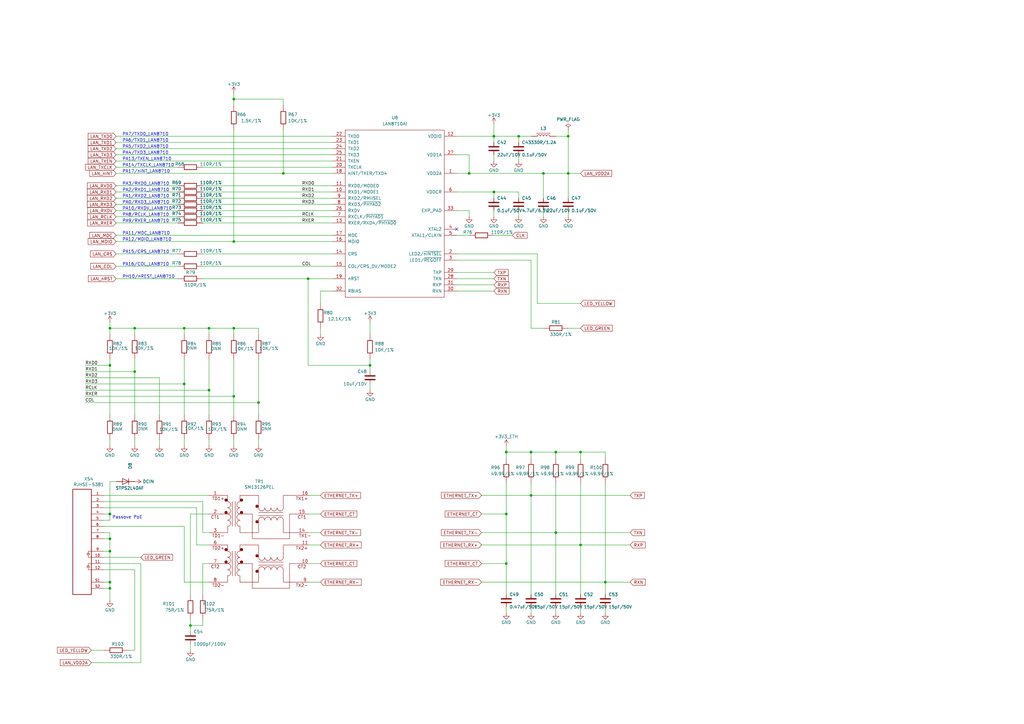
<source format=kicad_sch>
(kicad_sch (version 20230121) (generator eeschema)
  (paper "A3")
  (title_block (title "ПИР СЦХ-254 \"Карно\"\n(Karnix ASB-254)") (date "2023-12-04") (rev "V1.1") (company "ООО \"Фабмикро\"") (comment 1 "ФМТД.466961.029 Э3") (comment 2 "Залата Р.Н."))
  (junction (at 217.805 185.42))
  (junction (at 207.645 185.42))
  (junction (at 55.245 134.62))
  (junction (at 116.205 71.12))
  (junction (at 85.725 134.62))
  (junction (at 95.885 162.56))
  (junction (at 45.085 220.98))
  (junction (at 238.125 185.42))
  (junction (at 45.085 226.06))
  (junction (at 78.105 256.54))
  (junction (at 248.285 238.76))
  (junction (at 45.085 241.3))
  (junction (at 233.045 71.12))
  (junction (at 45.085 149.86))
  (junction (at 75.565 157.48))
  (junction (at 202.565 78.74))
  (junction (at 106.045 165.1))
  (junction (at 45.085 134.62))
  (junction (at 95.885 99.06))
  (junction (at 95.885 40.64))
  (junction (at 227.965 218.44))
  (junction (at 45.085 238.76))
  (junction (at 75.565 134.62))
  (junction (at 95.885 134.62))
  (junction (at 212.725 55.88))
  (junction (at 207.645 231.14))
  (junction (at 238.125 223.52))
  (junction (at 85.725 160.02))
  (junction (at 126.365 114.3))
  (junction (at 55.245 152.4))
  (junction (at 217.805 203.2))
  (junction (at 222.885 71.12))
  (junction (at 192.405 71.12))
  (junction (at 202.565 55.88))
  (junction (at 207.645 210.82))
  (junction (at 45.085 210.82))
  (junction (at 151.765 149.86))
  (junction (at 227.965 185.42))
  (junction (at 233.045 55.88))
  (no_connect (at 187.325 93.98))
  (wire (pts (xy 212.725 66.04) (xy 212.725 63.5)))
  (wire (pts (xy 238.125 187.96) (xy 238.125 185.42)))
  (wire (pts (xy 131.445 137.16) (xy 131.445 134.62)))
  (wire (pts (xy 131.445 119.38) (xy 131.445 124.46)))
  (wire (pts (xy 55.245 152.4) (xy 55.245 147.32)))
  (wire (pts (xy 233.045 71.12) (xy 233.045 55.88)))
  (wire (pts (xy 85.725 147.32) (xy 85.725 160.02)))
  (wire (pts (xy 57.785 271.78) (xy 37.465 271.78)))
  (wire (pts (xy 47.625 63.5) (xy 136.525 63.5)))
  (wire (pts (xy 187.325 86.36) (xy 192.405 86.36)))
  (wire (pts (xy 192.405 86.36) (xy 192.405 88.9)))
  (wire (pts (xy 73.025 81.28) (xy 47.625 81.28)))
  (wire (pts (xy 187.325 63.5) (xy 192.405 63.5)))
  (wire (pts (xy 42.545 205.74) (xy 83.185 205.74)))
  (wire (pts (xy 45.085 220.98) (xy 45.085 226.06)))
  (wire (pts (xy 233.045 55.88) (xy 233.045 53.34)))
  (wire (pts (xy 47.625 99.06) (xy 95.885 99.06)))
  (wire (pts (xy 217.805 134.62) (xy 222.885 134.62)))
  (wire (pts (xy 75.565 157.48) (xy 75.565 170.18)))
  (wire (pts (xy 187.325 55.88) (xy 202.565 55.88)))
  (wire (pts (xy 202.565 66.04) (xy 202.565 63.5)))
  (wire (pts (xy 42.545 231.14) (xy 57.785 231.14)))
  (wire (pts (xy 73.025 78.74) (xy 47.625 78.74)))
  (wire (pts (xy 238.125 185.42) (xy 248.285 185.42)))
  (wire (pts (xy 42.545 215.9) (xy 75.565 215.9)))
  (wire (pts (xy 83.185 68.58) (xy 136.525 68.58)))
  (wire (pts (xy 42.545 208.28) (xy 80.645 208.28)))
  (wire (pts (xy 106.045 165.1) (xy 34.925 165.1)))
  (wire (pts (xy 248.285 187.96) (xy 248.285 185.42)))
  (wire (pts (xy 151.765 149.86) (xy 151.765 152.4)))
  (wire (pts (xy 45.085 210.82) (xy 45.085 213.36)))
  (wire (pts (xy 95.885 40.64) (xy 116.205 40.64)))
  (wire (pts (xy 45.085 213.36) (xy 42.545 213.36)))
  (wire (pts (xy 47.625 96.52) (xy 136.525 96.52)))
  (wire (pts (xy 202.565 78.74) (xy 202.565 81.28)))
  (wire (pts (xy 233.045 134.62) (xy 238.125 134.62)))
  (wire (pts (xy 126.365 238.76) (xy 131.445 238.76)))
  (wire (pts (xy 217.805 106.68) (xy 217.805 134.62)))
  (wire (pts (xy 217.805 185.42) (xy 227.965 185.42)))
  (wire (pts (xy 83.185 81.28) (xy 136.525 81.28)))
  (wire (pts (xy 187.325 104.14) (xy 220.345 104.14)))
  (wire (pts (xy 222.885 71.12) (xy 233.045 71.12)))
  (wire (pts (xy 217.805 187.96) (xy 217.805 185.42)))
  (wire (pts (xy 192.405 71.12) (xy 222.885 71.12)))
  (wire (pts (xy 75.565 147.32) (xy 75.565 157.48)))
  (wire (pts (xy 45.085 238.76) (xy 45.085 241.3)))
  (wire (pts (xy 47.625 68.58) (xy 73.025 68.58)))
  (wire (pts (xy 75.565 134.62) (xy 75.565 137.16)))
  (wire (pts (xy 85.725 231.14) (xy 83.185 231.14)))
  (wire (pts (xy 207.645 210.82) (xy 207.645 198.12)))
  (wire (pts (xy 238.125 223.52) (xy 238.125 243.84)))
  (wire (pts (xy 34.925 162.56) (xy 95.885 162.56)))
  (wire (pts (xy 34.925 157.48) (xy 75.565 157.48)))
  (wire (pts (xy 197.485 223.52) (xy 238.125 223.52)))
  (wire (pts (xy 95.885 38.1) (xy 95.885 40.64)))
  (wire (pts (xy 85.725 134.62) (xy 95.885 134.62)))
  (wire (pts (xy 85.725 210.82) (xy 78.105 210.82)))
  (wire (pts (xy 42.545 218.44) (xy 45.085 218.44)))
  (wire (pts (xy 187.325 96.52) (xy 192.405 96.52)))
  (wire (pts (xy 75.565 134.62) (xy 85.725 134.62)))
  (wire (pts (xy 83.185 114.3) (xy 126.365 114.3)))
  (wire (pts (xy 42.545 226.06) (xy 45.085 226.06)))
  (wire (pts (xy 42.545 241.3) (xy 45.085 241.3)))
  (wire (pts (xy 42.545 228.6) (xy 57.785 228.6)))
  (wire (pts (xy 95.885 162.56) (xy 95.885 170.18)))
  (wire (pts (xy 42.545 203.2) (xy 85.725 203.2)))
  (wire (pts (xy 85.725 218.44) (xy 83.185 218.44)))
  (wire (pts (xy 34.925 154.94) (xy 65.405 154.94)))
  (wire (pts (xy 238.125 223.52) (xy 258.445 223.52)))
  (wire (pts (xy 207.645 187.96) (xy 207.645 185.42)))
  (wire (pts (xy 187.325 71.12) (xy 192.405 71.12)))
  (wire (pts (xy 220.345 124.46) (xy 238.125 124.46)))
  (wire (pts (xy 227.965 218.44) (xy 227.965 198.12)))
  (wire (pts (xy 217.805 243.84) (xy 217.805 203.2)))
  (wire (pts (xy 217.805 203.2) (xy 217.805 198.12)))
  (wire (pts (xy 85.725 223.52) (xy 80.645 223.52)))
  (wire (pts (xy 106.045 134.62) (xy 106.045 137.16)))
  (wire (pts (xy 47.625 76.2) (xy 73.025 76.2)))
  (wire (pts (xy 47.68 197.5) (xy 45.1 197.5)))
  (wire (pts (xy 78.105 256.54) (xy 78.105 259.08)))
  (wire (pts (xy 116.205 40.64) (xy 116.205 43.18)))
  (wire (pts (xy 78.105 264.16) (xy 78.105 266.7)))
  (wire (pts (xy 126.365 223.52) (xy 131.445 223.52)))
  (wire (pts (xy 95.885 182.88) (xy 95.885 180.34)))
  (wire (pts (xy 55.245 170.18) (xy 55.245 152.4)))
  (wire (pts (xy 207.645 231.14) (xy 207.645 243.84)))
  (wire (pts (xy 45.085 134.62) (xy 45.085 137.16)))
  (wire (pts (xy 75.565 215.9) (xy 75.565 238.76)))
  (wire (pts (xy 212.725 78.74) (xy 212.725 81.28)))
  (wire (pts (xy 78.105 256.54) (xy 83.185 256.54)))
  (wire (pts (xy 116.205 71.12) (xy 136.525 71.12)))
  (wire (pts (xy 126.365 203.2) (xy 131.445 203.2)))
  (wire (pts (xy 202.565 55.88) (xy 212.725 55.88)))
  (wire (pts (xy 47.625 55.88) (xy 136.525 55.88)))
  (wire (pts (xy 227.965 185.42) (xy 238.125 185.42)))
  (wire (pts (xy 136.525 114.3) (xy 126.365 114.3)))
  (wire (pts (xy 106.045 147.32) (xy 106.045 165.1)))
  (wire (pts (xy 197.485 210.82) (xy 207.645 210.82)))
  (wire (pts (xy 233.045 88.9) (xy 233.045 86.36)))
  (wire (pts (xy 212.725 55.88) (xy 217.805 55.88)))
  (wire (pts (xy 42.545 266.7) (xy 37.465 266.7)))
  (wire (pts (xy 222.885 71.12) (xy 222.885 81.28)))
  (wire (pts (xy 42.545 233.68) (xy 55.245 233.68)))
  (wire (pts (xy 73.025 109.22) (xy 47.625 109.22)))
  (wire (pts (xy 95.885 99.06) (xy 136.525 99.06)))
  (wire (pts (xy 187.325 114.3) (xy 202.565 114.3)))
  (wire (pts (xy 83.185 256.54) (xy 83.185 254)))
  (wire (pts (xy 73.025 91.44) (xy 47.625 91.44)))
  (wire (pts (xy 55.245 233.68) (xy 55.245 266.7)))
  (wire (pts (xy 45.085 226.06) (xy 45.085 238.76)))
  (wire (pts (xy 126.365 149.86) (xy 151.765 149.86)))
  (wire (pts (xy 47.625 66.04) (xy 136.525 66.04)))
  (wire (pts (xy 45.1 197.5) (xy 45.1 210.82)))
  (wire (pts (xy 65.405 182.88) (xy 65.405 180.34)))
  (wire (pts (xy 85.725 182.88) (xy 85.725 180.34)))
  (wire (pts (xy 238.125 223.52) (xy 238.125 198.12)))
  (wire (pts (xy 207.645 251.46) (xy 207.645 248.92)))
  (wire (pts (xy 47.625 58.42) (xy 136.525 58.42)))
  (wire (pts (xy 45.085 182.88) (xy 45.085 180.34)))
  (wire (pts (xy 126.365 231.14) (xy 131.445 231.14)))
  (wire (pts (xy 85.725 160.02) (xy 85.725 170.18)))
  (wire (pts (xy 83.185 91.44) (xy 136.525 91.44)))
  (wire (pts (xy 73.025 86.36) (xy 47.625 86.36)))
  (wire (pts (xy 95.885 134.62) (xy 106.045 134.62)))
  (wire (pts (xy 55.245 134.62) (xy 75.565 134.62)))
  (wire (pts (xy 187.325 106.68) (xy 217.805 106.68)))
  (wire (pts (xy 217.805 203.2) (xy 258.445 203.2)))
  (wire (pts (xy 55.245 134.62) (xy 55.245 137.16)))
  (wire (pts (xy 207.645 185.42) (xy 217.805 185.42)))
  (wire (pts (xy 45.085 149.86) (xy 45.085 147.32)))
  (wire (pts (xy 207.645 210.82) (xy 207.645 231.14)))
  (wire (pts (xy 197.485 218.44) (xy 227.965 218.44)))
  (wire (pts (xy 73.025 83.82) (xy 47.625 83.82)))
  (wire (pts (xy 47.625 71.12) (xy 116.205 71.12)))
  (wire (pts (xy 202.565 55.88) (xy 202.565 58.42)))
  (wire (pts (xy 45.085 132.08) (xy 45.085 134.62)))
  (wire (pts (xy 220.345 104.14) (xy 220.345 124.46)))
  (wire (pts (xy 187.325 78.74) (xy 202.565 78.74)))
  (wire (pts (xy 45.1 210.82) (xy 45.085 210.82)))
  (wire (pts (xy 55.245 266.7) (xy 52.705 266.7)))
  (wire (pts (xy 106.045 182.88) (xy 106.045 180.34)))
  (wire (pts (xy 57.785 231.14) (xy 57.785 271.78)))
  (wire (pts (xy 238.125 71.12) (xy 233.045 71.12)))
  (wire (pts (xy 207.645 185.42) (xy 207.645 182.88)))
  (wire (pts (xy 197.485 203.2) (xy 217.805 203.2)))
  (wire (pts (xy 126.365 210.82) (xy 131.445 210.82)))
  (wire (pts (xy 248.285 251.46) (xy 248.285 248.92)))
  (wire (pts (xy 83.185 78.74) (xy 136.525 78.74)))
  (wire (pts (xy 227.965 55.88) (xy 233.045 55.88)))
  (wire (pts (xy 248.285 238.76) (xy 248.285 243.84)))
  (wire (pts (xy 45.085 241.3) (xy 45.085 246.38)))
  (wire (pts (xy 83.185 83.82) (xy 136.525 83.82)))
  (wire (pts (xy 75.565 182.88) (xy 75.565 180.34)))
  (wire (pts (xy 187.325 119.38) (xy 202.565 119.38)))
  (wire (pts (xy 73.025 104.14) (xy 47.625 104.14)))
  (wire (pts (xy 42.545 210.82) (xy 45.085 210.82)))
  (wire (pts (xy 227.965 187.96) (xy 227.965 185.42)))
  (wire (pts (xy 217.805 251.46) (xy 217.805 248.92)))
  (wire (pts (xy 34.925 160.02) (xy 85.725 160.02)))
  (wire (pts (xy 106.045 170.18) (xy 106.045 165.1)))
  (wire (pts (xy 47.625 60.96) (xy 136.525 60.96)))
  (wire (pts (xy 78.105 254) (xy 78.105 256.54)))
  (wire (pts (xy 85.725 134.62) (xy 85.725 137.16)))
  (wire (pts (xy 136.525 104.14) (xy 83.185 104.14)))
  (wire (pts (xy 83.185 88.9) (xy 136.525 88.9)))
  (wire (pts (xy 45.085 149.86) (xy 45.085 170.18)))
  (wire (pts (xy 65.405 154.94) (xy 65.405 170.18)))
  (wire (pts (xy 73.025 114.3) (xy 47.625 114.3)))
  (wire (pts (xy 45.085 134.62) (xy 55.245 134.62)))
  (wire (pts (xy 187.325 116.84) (xy 202.565 116.84)))
  (wire (pts (xy 202.565 78.74) (xy 212.725 78.74)))
  (wire (pts (xy 45.085 149.86) (xy 34.925 149.86)))
  (wire (pts (xy 212.725 58.42) (xy 212.725 55.88)))
  (wire (pts (xy 75.565 238.76) (xy 85.725 238.76)))
  (wire (pts (xy 151.765 160.02) (xy 151.765 157.48)))
  (wire (pts (xy 126.365 218.44) (xy 131.445 218.44)))
  (wire (pts (xy 227.965 218.44) (xy 227.965 243.84)))
  (wire (pts (xy 95.885 147.32) (xy 95.885 162.56)))
  (wire (pts (xy 238.125 251.46) (xy 238.125 248.92)))
  (wire (pts (xy 202.565 55.88) (xy 202.565 50.8)))
  (wire (pts (xy 136.525 119.38) (xy 131.445 119.38)))
  (wire (pts (xy 42.545 220.98) (xy 45.085 220.98)))
  (wire (pts (xy 197.485 231.14) (xy 207.645 231.14)))
  (wire (pts (xy 83.185 76.2) (xy 136.525 76.2)))
  (wire (pts (xy 83.185 231.14) (xy 83.185 243.84)))
  (wire (pts (xy 55.245 182.88) (xy 55.245 180.34)))
  (wire (pts (xy 83.185 86.36) (xy 136.525 86.36)))
  (wire (pts (xy 212.725 88.9) (xy 212.725 86.36)))
  (wire (pts (xy 222.885 88.9) (xy 222.885 86.36)))
  (wire (pts (xy 95.885 134.62) (xy 95.885 137.16)))
  (wire (pts (xy 233.045 71.12) (xy 233.045 81.28)))
  (wire (pts (xy 78.105 210.82) (xy 78.105 243.84)))
  (wire (pts (xy 151.765 132.08) (xy 151.765 137.16)))
  (wire (pts (xy 202.565 88.9) (xy 202.565 86.36)))
  (wire (pts (xy 95.885 40.64) (xy 95.885 43.18)))
  (wire (pts (xy 227.965 218.44) (xy 258.445 218.44)))
  (wire (pts (xy 248.285 238.76) (xy 258.445 238.76)))
  (wire (pts (xy 45.085 218.44) (xy 45.085 220.98)))
  (wire (pts (xy 227.965 251.46) (xy 227.965 248.92)))
  (wire (pts (xy 197.485 238.76) (xy 248.285 238.76)))
  (wire (pts (xy 42.545 238.76) (xy 45.085 238.76)))
  (wire (pts (xy 83.185 109.22) (xy 136.525 109.22)))
  (wire (pts (xy 192.405 71.12) (xy 192.405 63.5)))
  (wire (pts (xy 83.185 218.44) (xy 83.185 205.74)))
  (wire (pts (xy 73.025 88.9) (xy 47.625 88.9)))
  (wire (pts (xy 187.325 111.76) (xy 202.565 111.76)))
  (wire (pts (xy 116.205 71.12) (xy 116.205 53.34)))
  (wire (pts (xy 126.365 114.3) (xy 126.365 149.86)))
  (wire (pts (xy 80.645 223.52) (xy 80.645 208.28)))
  (wire (pts (xy 34.925 152.4) (xy 55.245 152.4)))
  (wire (pts (xy 248.285 238.76) (xy 248.285 198.12)))
  (wire (pts (xy 202.565 96.52) (xy 210.185 96.52)))
  (wire (pts (xy 95.885 53.34) (xy 95.885 99.06)))
  (wire (pts (xy 151.765 147.32) (xy 151.765 149.86)))
  (text "PA17/nINT_LAN8710" (at 50.165 71.12 0) (effects (font (size 1.27 1.27)) (justify left bottom)))
  (text "PA12/MDIO_LAN8710" (at 50.165 99.06 0) (effects (font (size 1.27 1.27)) (justify left bottom)))
  (text "PA0/RXD3_LAN8710" (at 50.165 83.82 0) (effects (font (size 1.27 1.27)) (justify left bottom)))
  (text "PA15/CRS_LAN8710" (at 50.165 104.14 0) (effects (font (size 1.27 1.27)) (justify left bottom)))
  (text "PA14/TXCLK_LAN8710" (at 50.165 68.58 0) (effects (font (size 1.27 1.27)) (justify left bottom)))
  (text "PA4/TXD3_LAN8710" (at 50.165 63.5 0) (effects (font (size 1.27 1.27)) (justify left bottom)))
  (text "PA8/RCLK_LAN8710" (at 50.165 88.9 0) (effects (font (size 1.27 1.27)) (justify left bottom)))
  (text "PA6/TXD1_LAN8710" (at 50.165 58.42 0) (effects (font (size 1.27 1.27)) (justify left bottom)))
  (text "PA3/RXD0_LAN8710" (at 50.165 76.2 0) (effects (font (size 1.27 1.27)) (justify left bottom)))
  (text "PA2/RXD1_LAN8710" (at 50.165 78.74 0) (effects (font (size 1.27 1.27)) (justify left bottom)))
  (text "PA13/TXEN_LAN8710" (at 50.165 66.04 0) (effects (font (size 1.27 1.27)) (justify left bottom)))
  (text "Passove PoE" (at 46 213 0) (effects (font (size 1.27 1.27)) (justify left bottom)))
  (text "PA11/MDC_LAN8710" (at 50.165 96.52 0) (effects (font (size 1.27 1.27)) (justify left bottom)))
  (text "PA5/TXD2_LAN8710" (at 50.165 60.96 0) (effects (font (size 1.27 1.27)) (justify left bottom)))
  (text "PA9/RXER_LAN8710" (at 50.165 91.44 0) (effects (font (size 1.27 1.27)) (justify left bottom)))
  (text "PA7/TXD0_LAN8710" (at 50.165 55.88 0) (effects (font (size 1.27 1.27)) (justify left bottom)))
  (text "PA10/RXDV_LAN8710" (at 50.165 86.36 0) (effects (font (size 1.27 1.27)) (justify left bottom)))
  (text "PH10/nREST_LAN8710" (at 50.165 114.3 0) (effects (font (size 1.27 1.27)) (justify left bottom)))
  (text "PA1/RXD2_LAN8710" (at 50.165 81.28 0) (effects (font (size 1.27 1.27)) (justify left bottom)))
  (text "PA16/COL_LAN8710" (at 50.165 109.22 0) (effects (font (size 1.27 1.27)) (justify left bottom)))
  (label "RXER" (at 123.825 91.44 0))
  (label "RCLK" (at 34.925 160.02 0))
  (label "RCLK" (at 123.825 88.9 0))
  (label "COL" (at 123.825 109.22 0))
  (label "COL" (at 34.925 165.1 0))
  (label "RXD0" (at 34.925 149.86 0))
  (label "RXER" (at 34.925 162.56 0))
  (label "RXD1" (at 34.925 152.4 0))
  (label "RXD3" (at 34.925 157.48 0))
  (label "RXD2" (at 123.825 81.28 0))
  (label "RXD3" (at 123.825 83.82 0))
  (label "RXD0" (at 123.825 76.2 0))
  (label "RXD2" (at 34.925 154.94 0))
  (label "RXD1" (at 123.825 78.74 0))
  (global_label "ETHERNET_RX+" (shape input) (at 131.445 223.52 0) (property "Intersheetrefs" "${INTERSHEET_REFS}" (effects hide)))
  (global_label "RXP" (shape input) (at 258.445 223.52 0) (property "Intersheetrefs" "${INTERSHEET_REFS}" (effects hide)))
  (global_label "LED_GREEN" (shape input) (at 57.785 228.6 0) (property "Intersheetrefs" "${INTERSHEET_REFS}" (effects hide)))
  (global_label "LAN_RXER" (shape input) (at 47.625 91.44 180) (property "Intersheetrefs" "${INTERSHEET_REFS}" (effects hide)))
  (global_label "LAN_VDD2A" (shape input) (at 37.465 271.78 180) (property "Intersheetrefs" "${INTERSHEET_REFS}" (effects hide)))
  (global_label "ETHERNET_CT" (shape input) (at 197.485 210.82 180) (property "Intersheetrefs" "${INTERSHEET_REFS}" (effects hide)))
  (global_label "ETHERNET_CT" (shape input) (at 197.485 231.14 180) (property "Intersheetrefs" "${INTERSHEET_REFS}" (effects hide)))
  (global_label "LAN_COL" (shape input) (at 47.625 109.22 180) (property "Intersheetrefs" "${INTERSHEET_REFS}" (effects hide)))
  (global_label "ETHERNET_CT" (shape input) (at 131.445 210.82 0) (property "Intersheetrefs" "${INTERSHEET_REFS}" (effects hide)))
  (global_label "ETHERNET_TX-" (shape input) (at 131.445 218.44 0) (property "Intersheetrefs" "${INTERSHEET_REFS}" (effects hide)))
  (global_label "ETHERNET_RX-" (shape input) (at 131.445 238.76 0) (property "Intersheetrefs" "${INTERSHEET_REFS}" (effects hide)))
  (global_label "TXP" (shape input) (at 202.565 111.76 0) (property "Intersheetrefs" "${INTERSHEET_REFS}" (effects hide)))
  (global_label "TXN" (shape input) (at 202.565 114.3 0) (property "Intersheetrefs" "${INTERSHEET_REFS}" (effects hide)))
  (global_label "LAN_TXD2" (shape input) (at 47.625 60.96 180) (property "Intersheetrefs" "${INTERSHEET_REFS}" (effects hide)))
  (global_label "CLK" (shape input) (at 210.185 96.52 0) (property "Intersheetrefs" "${INTERSHEET_REFS}" (effects hide)))
  (global_label "LAN_TXD0" (shape input) (at 47.625 55.88 180) (property "Intersheetrefs" "${INTERSHEET_REFS}" (effects hide)))
  (global_label "TXN" (shape input) (at 258.445 218.44 0) (property "Intersheetrefs" "${INTERSHEET_REFS}" (effects hide)))
  (global_label "LAN_TXD3" (shape input) (at 47.625 63.5 180) (property "Intersheetrefs" "${INTERSHEET_REFS}" (effects hide)))
  (global_label "LAN_nINT" (shape input) (at 47.625 71.12 180) (property "Intersheetrefs" "${INTERSHEET_REFS}" (effects hide)))
  (global_label "LAN_RXD2" (shape input) (at 47.625 81.28 180) (property "Intersheetrefs" "${INTERSHEET_REFS}" (effects hide)))
  (global_label "LAN_RXD3" (shape input) (at 47.625 83.82 180) (property "Intersheetrefs" "${INTERSHEET_REFS}" (effects hide)))
  (global_label "LED_GREEN" (shape input) (at 238.125 134.62 0) (property "Intersheetrefs" "${INTERSHEET_REFS}" (effects hide)))
  (global_label "LAN_TXCLK" (shape input) (at 47.625 68.58 180) (property "Intersheetrefs" "${INTERSHEET_REFS}" (effects hide)))
  (global_label "LAN_RCLK" (shape input) (at 47.625 88.9 180) (property "Intersheetrefs" "${INTERSHEET_REFS}" (effects hide)))
  (global_label "LAN_RXD0" (shape input) (at 47.625 76.2 180) (property "Intersheetrefs" "${INTERSHEET_REFS}" (effects hide)))
  (global_label "LAN_MDC" (shape input) (at 47.625 96.52 180) (property "Intersheetrefs" "${INTERSHEET_REFS}" (effects hide)))
  (global_label "RXN" (shape input) (at 258.445 238.76 0) (property "Intersheetrefs" "${INTERSHEET_REFS}" (effects hide)))
  (global_label "LAN_MDIO" (shape input) (at 47.625 99.06 180) (property "Intersheetrefs" "${INTERSHEET_REFS}" (effects hide)))
  (global_label "LAN_nRST" (shape input) (at 47.625 114.3 180) (property "Intersheetrefs" "${INTERSHEET_REFS}" (effects hide)))
  (global_label "ETHERNET_CT" (shape input) (at 131.445 231.14 0) (property "Intersheetrefs" "${INTERSHEET_REFS}" (effects hide)))
  (global_label "ETHERNET_TX+" (shape input) (at 197.485 203.2 180) (property "Intersheetrefs" "${INTERSHEET_REFS}" (effects hide)))
  (global_label "LED_YELLOW" (shape input) (at 238.125 124.46 0) (property "Intersheetrefs" "${INTERSHEET_REFS}" (effects hide)))
  (global_label "LAN_RXDV" (shape input) (at 47.625 86.36 180) (property "Intersheetrefs" "${INTERSHEET_REFS}" (effects hide)))
  (global_label "ETHERNET_TX+" (shape input) (at 131.445 203.2 0) (property "Intersheetrefs" "${INTERSHEET_REFS}" (effects hide)))
  (global_label "LAN_VDD2A" (shape input) (at 238.125 71.12 0) (property "Intersheetrefs" "${INTERSHEET_REFS}" (effects hide)))
  (global_label "LAN_CRS" (shape input) (at 47.625 104.14 180) (property "Intersheetrefs" "${INTERSHEET_REFS}" (effects hide)))
  (global_label "LED_YELLOW" (shape input) (at 37.465 266.7 180) (property "Intersheetrefs" "${INTERSHEET_REFS}" (effects hide)))
  (global_label "LAN_TXEN" (shape input) (at 47.625 66.04 180) (property "Intersheetrefs" "${INTERSHEET_REFS}" (effects hide)))
  (global_label "ETHERNET_RX+" (shape input) (at 197.485 223.52 180) (property "Intersheetrefs" "${INTERSHEET_REFS}" (effects hide)))
  (global_label "LAN_TXD1" (shape input) (at 47.625 58.42 180) (property "Intersheetrefs" "${INTERSHEET_REFS}" (effects hide)))
  (global_label "RXP" (shape input) (at 202.565 116.84 0) (property "Intersheetrefs" "${INTERSHEET_REFS}" (effects hide)))
  (global_label "TXP" (shape input) (at 258.445 203.2 0) (property "Intersheetrefs" "${INTERSHEET_REFS}" (effects hide)))
  (global_label "ETHERNET_TX-" (shape input) (at 197.485 218.44 180) (property "Intersheetrefs" "${INTERSHEET_REFS}" (effects hide)))
  (global_label "RXN" (shape input) (at 202.565 119.38 0) (property "Intersheetrefs" "${INTERSHEET_REFS}" (effects hide)))
  (global_label "ETHERNET_RX-" (shape input) (at 197.485 238.76 180) (property "Intersheetrefs" "${INTERSHEET_REFS}" (effects hide)))
  (global_label "LAN_RXD1" (shape input) (at 47.625 78.74 180) (property "Intersheetrefs" "${INTERSHEET_REFS}" (effects hide)))
  (symbol (lib_id "Fabmicro:Resistor") (at 207.645 193.04 270) (unit 1)
    (property "Reference" "R96" (at 201.295 191.77 90) (effects (justify left)))
    (property "Value" "49.9R/1%" (at 201.295 194.31 90) (effects (justify left)))
    (property "Footprint" "Fabmicro:R_0402_1005Metric" (effects hide))
    (property "Mfr. Part Number" "RC0402FR-0749R9L" (effects hide))
    (property "Supplier" "Fabmicro" (effects hide))
  )
  (symbol (lib_id "Fabmicro:Resistor") (at 217.805 193.04 270) (unit 1)
    (property "Reference" "R97" (at 211.455 191.77 90) (effects (justify left)))
    (property "Value" "49.9R/1%" (at 211.455 194.31 90) (effects (justify left)))
    (property "Footprint" "Fabmicro:R_0402_1005Metric" (effects hide))
    (property "Mfr. Part Number" "RC0402FR-0749R9L" (effects hide))
    (property "Supplier" "Fabmicro" (effects hide))
  )
  (symbol (lib_id "Fabmicro:Resistor") (at 227.965 193.04 270) (unit 1)
    (property "Reference" "R98" (at 221.615 191.77 90) (effects (justify left)))
    (property "Value" "49.9R/1%" (at 221.615 194.31 90) (effects (justify left)))
    (property "Footprint" "Fabmicro:R_0402_1005Metric" (effects hide))
    (property "Mfr. Part Number" "RC0402FR-0749R9L" (effects hide))
    (property "Supplier" "Fabmicro" (effects hide))
  )
  (symbol (lib_id "Fabmicro:Resistor") (at 238.125 193.04 270) (unit 1)
    (property "Reference" "R99" (at 231.775 191.77 90) (effects (justify left)))
    (property "Value" "49.9R/1%" (at 231.775 194.31 90) (effects (justify left)))
    (property "Footprint" "Fabmicro:R_0402_1005Metric" (effects hide))
    (property "Mfr. Part Number" "RC0402FR-0749R9L" (effects hide))
    (property "Supplier" "Fabmicro" (effects hide))
  )
  (symbol (lib_id "Fabmicro:Resistor") (at 248.285 193.04 270) (unit 1)
    (property "Reference" "R100" (at 241.935 191.77 90) (effects (justify left)))
    (property "Value" "49.9R/1%" (at 241.935 194.31 90) (effects (justify left)))
    (property "Footprint" "Fabmicro:R_0402_1005Metric" (effects hide))
    (property "Mfr. Part Number" "RC0402FR-0749R9L" (effects hide))
    (property "Supplier" "Fabmicro" (effects hide))
  )
  (symbol (lib_id "Fabmicro:CapacitorUnpolarized") (at 207.645 246.38 270) (unit 1)
    (property "Reference" "C49" (at 208.915 243.84 90) (effects (justify left)))
    (property "Value" "0.47uF/50V" (at 208.915 248.92 90) (effects (justify left)))
    (property "Footprint" "Capacitor_SMD:C_0603_1608Metric" (effects hide))
    (property "Mfr. Part Number" "C1608X7R1H474K080AC" (effects hide))
    (property "Supplier" "Fabmicro" (effects hide))
  )
  (symbol (lib_id "power:GND") (at 207.645 251.46 0) (unit 1)
    (property "Reference" "#PWR0130" (effects hide))
    (property "Value" "GND" (at 207.645 255.27 0))
  )
  (symbol (lib_id "power:GND") (at 192.405 88.9 0) (unit 1)
    (property "Reference" "#PWR0111" (effects hide))
    (property "Value" "GND" (at 192.405 92.71 0))
  )
  (symbol (lib_id "power:GND") (at 202.565 66.04 0) (unit 1)
    (property "Reference" "#PWR0109" (effects hide))
    (property "Value" "GND" (at 202.565 69.85 0))
  )
  (symbol (lib_id "Fabmicro:CapacitorUnpolarized") (at 202.565 60.96 270) (unit 1)
    (property "Reference" "C42" (at 203.835 58.42 90) (effects (justify left)))
    (property "Value" "22uF/10V" (at 203.835 63.5 90) (effects (justify left)))
    (property "Footprint" "Capacitor_SMD:C_0805_2012Metric" (effects hide))
    (property "Mfr. Part Number" "TCC0805X5R226M100FT" (effects hide))
    (property "Supplier" "Elitan" (effects hide))
  )
  (symbol (lib_id "power:GND") (at 233.045 88.9 0) (unit 1)
    (property "Reference" "#PWR0115" (effects hide))
    (property "Value" "GND" (at 233.045 92.71 0))
  )
  (symbol (lib_id "Fabmicro:CapacitorUnpolarized") (at 233.045 83.82 270) (unit 1)
    (property "Reference" "C47" (at 234.315 81.28 90) (effects (justify left)))
    (property "Value" "0.1uF/50V" (at 234.315 86.36 90) (effects (justify left)))
    (property "Footprint" "Capacitor_SMD:C_0402_1005Metric" (effects hide))
    (property "Mfr. Part Number" "CC0402KRX7R9BB104" (effects hide))
    (property "Supplier" "Fabmicro" (effects hide))
  )
  (symbol (lib_id "power:GND") (at 222.885 88.9 0) (unit 1)
    (property "Reference" "#PWR0114" (effects hide))
    (property "Value" "GND" (at 222.885 92.71 0))
  )
  (symbol (lib_id "Fabmicro:CapacitorUnpolarized") (at 212.725 60.96 270) (unit 1)
    (property "Reference" "C43" (at 213.995 58.42 90) (effects (justify left)))
    (property "Value" "0.1uF/50V" (at 213.995 63.5 90) (effects (justify left)))
    (property "Footprint" "Capacitor_SMD:C_0402_1005Metric" (effects hide))
    (property "Mfr. Part Number" "CC0402KRX7R9BB104" (effects hide))
    (property "Supplier" "Fabmicro" (effects hide))
  )
  (symbol (lib_id "power:GND") (at 202.565 88.9 0) (unit 1)
    (property "Reference" "#PWR0112" (effects hide))
    (property "Value" "GND" (at 202.565 92.71 0))
  )
  (symbol (lib_id "Fabmicro:CapacitorUnpolarized") (at 202.565 83.82 270) (unit 1)
    (property "Reference" "C44" (at 203.835 81.28 90) (effects (justify left)))
    (property "Value" "0.1uF/50V" (at 203.835 86.36 90) (effects (justify left)))
    (property "Footprint" "Capacitor_SMD:C_0402_1005Metric" (effects hide))
    (property "Mfr. Part Number" "CC0402KRX7R9BB104" (effects hide))
    (property "Supplier" "Fabmicro" (effects hide))
  )
  (symbol (lib_id "power:GND") (at 217.805 251.46 0) (unit 1)
    (property "Reference" "#PWR0131" (effects hide))
    (property "Value" "GND" (at 217.805 255.27 0))
  )
  (symbol (lib_id "Fabmicro:CapacitorUnpolarized") (at 217.805 246.38 270) (unit 1)
    (property "Reference" "C50" (at 219.075 243.84 90) (effects (justify left)))
    (property "Value" "15pF/50V" (at 219.075 248.92 90) (effects (justify left)))
    (property "Footprint" "Fabmicro:C_0402_1005Metric" (effects hide))
    (property "Mfr. Part Number" "CC0402JRNPO9BN150" (effects hide))
    (property "Supplier" "Fabmicro" (effects hide))
  )
  (symbol (lib_id "power:GND") (at 227.965 251.46 0) (unit 1)
    (property "Reference" "#PWR0132" (effects hide))
    (property "Value" "GND" (at 227.965 255.27 0))
  )
  (symbol (lib_id "Fabmicro:CapacitorUnpolarized") (at 227.965 246.38 270) (unit 1)
    (property "Reference" "C51" (at 229.235 243.84 90) (effects (justify left)))
    (property "Value" "15pF/50V" (at 229.235 248.92 90) (effects (justify left)))
    (property "Footprint" "Fabmicro:C_0402_1005Metric" (effects hide))
    (property "Mfr. Part Number" "CC0402JRNPO9BN150" (effects hide))
    (property "Supplier" "Fabmicro" (effects hide))
  )
  (symbol (lib_id "power:GND") (at 238.125 251.46 0) (unit 1)
    (property "Reference" "#PWR0133" (effects hide))
    (property "Value" "GND" (at 238.125 255.27 0))
  )
  (symbol (lib_id "Fabmicro:CapacitorUnpolarized") (at 238.125 246.38 270) (unit 1)
    (property "Reference" "C52" (at 239.395 243.84 90) (effects (justify left)))
    (property "Value" "15pF/50V" (at 239.395 248.92 90) (effects (justify left)))
    (property "Footprint" "Fabmicro:C_0402_1005Metric" (effects hide))
    (property "Mfr. Part Number" "CC0402JRNPO9BN150" (effects hide))
    (property "Supplier" "Fabmicro" (effects hide))
  )
  (symbol (lib_id "power:GND") (at 248.285 251.46 0) (unit 1)
    (property "Reference" "#PWR0134" (effects hide))
    (property "Value" "GND" (at 248.285 255.27 0))
  )
  (symbol (lib_id "Fabmicro:CapacitorUnpolarized") (at 248.285 246.38 270) (unit 1)
    (property "Reference" "C53" (at 249.555 243.84 90) (effects (justify left)))
    (property "Value" "15pF/50V" (at 249.555 248.92 90) (effects (justify left)))
    (property "Footprint" "Fabmicro:C_0402_1005Metric" (effects hide))
    (property "Mfr. Part Number" "CC0402JRNPO9BN150" (effects hide))
    (property "Supplier" "Fabmicro" (effects hide))
  )
  (symbol (lib_id "Fabmicro:Resistor") (at 151.765 142.24 270) (unit 1)
    (property "Reference" "R88" (at 153.67 140.97 90) (effects (justify left)))
    (property "Value" "10K/1%" (at 153.67 143.51 90) (effects (justify left)))
    (property "Footprint" "Fabmicro:R_0402_1005Metric" (effects hide))
    (property "Mfr. Part Number" "RC0402FR-0710KL" (effects hide))
    (property "Supplier" "Fabmicro" (effects hide))
  )
  (symbol (lib_id "power:GND") (at 151.765 160.02 0) (unit 1)
    (property "Reference" "#PWR0119" (effects hide))
    (property "Value" "GND" (at 151.765 163.83 0))
  )
  (symbol (lib_id "Fabmicro:Ferrite_Beads") (at 222.885 55.88 0) (mirror y) (unit 1)
    (property "Reference" "L3" (at 222.885 52.705 0))
    (property "Value" "330R/1.2A" (at 222.885 58.42 0))
    (property "Footprint" "Inductor_SMD:L_0603_1608Metric" (effects hide))
    (property "Mfr. Part Number" "BLM18PG331SN1D" (effects hide))
    (property "Supplier" "Fabmicro" (effects hide))
  )
  (symbol (lib_id "power:PWR_FLAG") (at 233.045 53.34 0) (unit 1)
    (property "Reference" "#FLG06" (effects hide))
    (property "Value" "PWR_FLAG" (at 233.045 48.9458 0))
  )
  (symbol (lib_id "Fabmicro:Resistor") (at 78.105 114.3 0) (unit 1)
    (property "Reference" "R79" (at 76.2 111.76 0) (effects (justify left)))
    (property "Value" "510R/1%" (at 75.565 116.84 0) (effects (justify left)))
    (property "Footprint" "Fabmicro:R_0402_1005Metric" (effects hide))
    (property "Mfr. Part Number" "RC0402FR-07510RL" (effects hide))
    (property "Supplier" "Fabmicro" (effects hide))
  )
  (symbol (lib_id "Fabmicro:LAN8710") (at 141.605 53.34 0) (unit 1)
    (property "Reference" "U8" (at 161.925 48.26 0))
    (property "Value" "LAN8710AI" (at 161.925 50.8 0))
    (property "Footprint" "Fabmicro:QFN-32-1EP_5x5mm_P0.5mm_EP3.3x3.3mm" (effects hide))
    (property "Datasheet" "http://ww1.microchip.com/downloads/en/DeviceDoc/00002164B.pdf" (effects hide))
    (property "Manufacturer" "Microchip" (effects hide))
    (property "Mfr. Part Number" "LAN8710AI" (effects hide))
  )
  (symbol (lib_id "Fabmicro:Resistor") (at 131.445 129.54 90) (mirror x) (unit 1)
    (property "Reference" "R80" (at 136.525 128.27 90) (effects (justify left)))
    (property "Value" "12.1K/1%" (at 144.145 130.81 90) (effects (justify left)))
    (property "Footprint" "Fabmicro:R_0402_1005Metric" (effects hide))
    (property "Mfr. Part Number" "RC0402FR-0712K1L" (effects hide))
  )
  (symbol (lib_id "power:GND") (at 131.445 137.16 0) (unit 1)
    (property "Reference" "#PWR0118" (effects hide))
    (property "Value" "GND" (at 131.445 140.97 0))
  )
  (symbol (lib_id "Fabmicro:CapacitorUnpolarized") (at 151.765 154.94 90) (mirror x) (unit 1)
    (property "Reference" "C48" (at 150.495 152.4 90) (effects (justify left)))
    (property "Value" "10uF/10V" (at 150.495 157.48 90) (effects (justify left)))
    (property "Footprint" "Capacitor_SMD:C_0603_1608Metric" (effects hide))
    (property "Mfr. Part Number" "GRM188R61A106KE69D" (effects hide))
    (property "Supplier" "Fabmicro" (effects hide))
  )
  (symbol (lib_id "Fabmicro:Resistor") (at 227.965 134.62 0) (unit 1)
    (property "Reference" "R81" (at 226.06 132.08 0) (effects (justify left)))
    (property "Value" "330R/1%" (at 225.425 137.16 0) (effects (justify left)))
    (property "Footprint" "Fabmicro:R_0402_1005Metric" (effects hide))
    (property "Mfr. Part Number" "RC0402FR-07330RL" (effects hide))
    (property "Supplier" "Fabmicro" (effects hide))
  )
  (symbol (lib_id "Fabmicro:CapacitorUnpolarized") (at 222.885 83.82 270) (unit 1)
    (property "Reference" "C46" (at 224.155 81.28 90) (effects (justify left)))
    (property "Value" "22uF/10V" (at 224.155 86.36 90) (effects (justify left)))
    (property "Footprint" "Capacitor_SMD:C_0805_2012Metric" (effects hide))
    (property "Mfr. Part Number" "TCC0805X5R226M100FT" (effects hide))
    (property "Supplier" "Elitan" (effects hide))
  )
  (symbol (lib_id "Fabmicro:+3V3_ETH") (at 207.645 182.88 0) (unit 1)
    (property "Reference" "#PWR0127" (effects hide))
    (property "Value" "+3V3_ETH" (at 207.645 179.07 0))
  )
  (symbol (lib_id "power:GND") (at 212.725 66.04 0) (unit 1)
    (property "Reference" "#PWR0110" (effects hide))
    (property "Value" "GND" (at 212.725 69.85 0))
  )
  (symbol (lib_id "power:GND") (at 45.085 246.38 0) (unit 1)
    (property "Reference" "#PWR0129" (effects hide))
    (property "Value" "GND" (at 45.085 250.19 0))
  )
  (symbol (lib_id "Fabmicro:Resistor") (at 197.485 96.52 0) (unit 1)
    (property "Reference" "R76" (at 189.865 95.25 0) (effects (justify left)))
    (property "Value" "110R/1%" (at 201.295 95.25 0) (effects (justify left)))
    (property "Footprint" "Fabmicro:R_0402_1005Metric" (effects hide))
    (property "Mfr. Part Number" "RC0402FR-07110RL" (effects hide))
    (property "Supplier" "Fabmicro" (effects hide))
  )
  (symbol (lib_id "Fabmicro:SM13126PEL") (at 85.725 203.2 0) (unit 1)
    (property "Reference" "TR1" (at 106.4006 197.485 0))
    (property "Value" "SM13126PEL" (at 106.4006 199.7964 0))
    (property "Footprint" "Fabmicro:SM13126PEL" (effects hide))
    (property "Manufacturer" "Bourns" (effects hide))
    (property "Mfr. Part Number" "SM13126PEL" (effects hide))
  )
  (symbol (lib_id "Fabmicro:Resistor") (at 78.105 248.92 90) (mirror x) (unit 1)
    (property "Reference" "R101" (at 71.755 247.65 90) (effects (justify left)))
    (property "Value" "75R/1%" (at 75.565 250.19 90) (effects (justify left)))
    (property "Footprint" "Fabmicro:R_0402_1005Metric" (effects hide))
    (property "Mfr. Part Number" "RC0402FR-0775RL" (effects hide))
  )
  (symbol (lib_id "Fabmicro:Resistor") (at 45.085 175.26 90) (mirror x) (unit 1)
    (property "Reference" "R89" (at 50.165 173.99 90) (effects (justify left)))
    (property "Value" "DNM" (at 50.3 176.1 90) (effects (justify left)))
    (property "Footprint" "Fabmicro:R_0402_1005Metric" (effects hide))
  )
  (symbol (lib_id "Fabmicro:Resistor") (at 83.185 248.92 90) (mirror x) (unit 1)
    (property "Reference" "R102" (at 88.265 247.65 90) (effects (justify left)))
    (property "Value" "75R/1%" (at 92.075 250.19 90) (effects (justify left)))
    (property "Footprint" "Fabmicro:R_0402_1005Metric" (effects hide))
    (property "Mfr. Part Number" "RC0402FR-0775RL" (effects hide))
  )
  (symbol (lib_id "Fabmicro:CapacitorUnpolarized") (at 78.105 261.62 270) (unit 1)
    (property "Reference" "C54" (at 79.375 259.08 90) (effects (justify left)))
    (property "Value" "1000pF/100V" (at 79.375 264.16 90) (effects (justify left)))
    (property "Footprint" "Capacitor_SMD:C_1206_3216Metric" (effects hide))
    (property "Mfr. Part Number" "12061A102JAT2A" (effects hide))
    (property "Supplier" "Elitan" (effects hide))
  )
  (symbol (lib_id "power:GND") (at 45.085 182.88 0) (unit 1)
    (property "Reference" "#PWR0120" (effects hide))
    (property "Value" "GND" (at 45.085 186.69 0))
  )
  (symbol (lib_id "Fabmicro:Resistor") (at 45.085 142.24 90) (mirror x) (unit 1)
    (property "Reference" "R82" (at 50.165 140.97 90) (effects (justify left)))
    (property "Value" "10K/1%" (at 52.5 142.9 90) (effects (justify left)))
    (property "Footprint" "Fabmicro:R_0402_1005Metric" (effects hide))
    (property "Mfr. Part Number" "RC0402FR-0710KL" (effects hide))
  )
  (symbol (lib_id "Fabmicro:Resistor") (at 55.245 175.26 90) (mirror x) (unit 1)
    (property "Reference" "R90" (at 60.325 173.99 90) (effects (justify left)))
    (property "Value" "DNM" (at 60.7 175.9 90) (effects (justify left)))
    (property "Footprint" "Fabmicro:R_0402_1005Metric" (effects hide))
  )
  (symbol (lib_id "power:GND") (at 55.245 182.88 0) (unit 1)
    (property "Reference" "#PWR0121" (effects hide))
    (property "Value" "GND" (at 55.245 186.69 0))
  )
  (symbol (lib_id "Fabmicro:Resistor") (at 75.565 142.24 90) (mirror x) (unit 1)
    (property "Reference" "R84" (at 80.645 140.97 90) (effects (justify left)))
    (property "Value" "DNM" (at 80.8 142.8 90) (effects (justify left)))
    (property "Footprint" "Fabmicro:R_0402_1005Metric" (effects hide))
  )
  (symbol (lib_id "Fabmicro:Resistor") (at 85.725 142.24 90) (mirror x) (unit 1)
    (property "Reference" "R85" (at 90.805 140.97 90) (effects (justify left)))
    (property "Value" "DNM" (at 90.8 143 90) (effects (justify left)))
    (property "Footprint" "Fabmicro:R_0402_1005Metric" (effects hide))
  )
  (symbol (lib_id "Fabmicro:Resistor") (at 95.885 175.26 90) (mirror x) (unit 1)
    (property "Reference" "R94" (at 100.965 173.99 90) (effects (justify left)))
    (property "Value" "DNM" (at 101.4 176 90) (effects (justify left)))
    (property "Footprint" "Fabmicro:R_0402_1005Metric" (effects hide))
  )
  (symbol (lib_id "Fabmicro:Resistor") (at 106.045 175.26 90) (mirror x) (unit 1)
    (property "Reference" "R95" (at 111.125 173.99 90) (effects (justify left)))
    (property "Value" "DNM" (at 111.4 175.9 90) (effects (justify left)))
    (property "Footprint" "Fabmicro:R_0402_1005Metric" (effects hide))
  )
  (symbol (lib_id "power:GND") (at 106.045 182.88 0) (unit 1)
    (property "Reference" "#PWR0126" (effects hide))
    (property "Value" "GND" (at 106.045 186.69 0))
  )
  (symbol (lib_id "power:GND") (at 95.885 182.88 0) (unit 1)
    (property "Reference" "#PWR0125" (effects hide))
    (property "Value" "GND" (at 95.885 186.69 0))
  )
  (symbol (lib_id "Fabmicro:Resistor") (at 55.245 142.24 90) (mirror x) (unit 1)
    (property "Reference" "R83" (at 60.325 140.97 90) (effects (justify left)))
    (property "Value" "10K/1%" (at 63.1 142.8 90) (effects (justify left)))
    (property "Footprint" "Fabmicro:R_0402_1005Metric" (effects hide))
    (property "Mfr. Part Number" "RC0402FR-0710KL" (effects hide))
  )
  (symbol (lib_id "Fabmicro:Resistor") (at 95.885 142.24 90) (mirror x) (unit 1)
    (property "Reference" "R86" (at 100.965 140.97 90) (effects (justify left)))
    (property "Value" "10K/1%" (at 104.1 143 90) (effects (justify left)))
    (property "Footprint" "Fabmicro:R_0402_1005Metric" (effects hide))
    (property "Mfr. Part Number" "RC0402FR-0710KL" (effects hide))
  )
  (symbol (lib_id "Fabmicro:Resistor") (at 106.045 142.24 90) (mirror x) (unit 1)
    (property "Reference" "R87" (at 111.125 140.97 90) (effects (justify left)))
    (property "Value" "10K/1%" (at 114.2 142.9 90) (effects (justify left)))
    (property "Footprint" "Fabmicro:R_0402_1005Metric" (effects hide))
    (property "Mfr. Part Number" "RC0402FR-0710KL" (effects hide))
  )
  (symbol (lib_id "Fabmicro:Resistor") (at 65.405 175.26 90) (mirror x) (unit 1)
    (property "Reference" "R91" (at 70.485 173.99 90) (effects (justify left)))
    (property "Value" "10K/1%" (at 73.1 176.1 90) (effects (justify left)))
    (property "Footprint" "Fabmicro:R_0402_1005Metric" (effects hide))
    (property "Mfr. Part Number" "RC0402FR-0710KL" (effects hide))
  )
  (symbol (lib_id "Fabmicro:Resistor") (at 75.565 175.26 90) (mirror x) (unit 1)
    (property "Reference" "R92" (at 80.645 173.99 90) (effects (justify left)))
    (property "Value" "10K/1%" (at 83.7 175.7 90) (effects (justify left)))
    (property "Footprint" "Fabmicro:R_0402_1005Metric" (effects hide))
    (property "Mfr. Part Number" "RC0402FR-0710KL" (effects hide))
  )
  (symbol (lib_id "Fabmicro:Resistor") (at 85.725 175.26 90) (mirror x) (unit 1)
    (property "Reference" "R93" (at 90.805 173.99 90) (effects (justify left)))
    (property "Value" "10K/1%" (at 93.1 176 90) (effects (justify left)))
    (property "Footprint" "Fabmicro:R_0402_1005Metric" (effects hide))
    (property "Mfr. Part Number" "RC0402FR-0710KL" (effects hide))
  )
  (symbol (lib_id "Fabmicro:RJHSE-5381") (at 29.845 200.66 0) (unit 1)
    (property "Reference" "XS4" (at 36.3728 196.4182 0))
    (property "Value" "RJHSE-5381" (at 36.3728 198.7296 0))
    (property "Footprint" "Fabmicro:AMPHENOL_RJHSE-5381" (effects hide))
    (property "Manufacturer" "Amphenol" (effects hide))
    (property "Mfr. Part Number" "RJHSE-5381" (effects hide))
  )
  (symbol (lib_id "Fabmicro:Resistor") (at 116.205 48.26 270) (unit 1)
    (property "Reference" "R67" (at 118.11 46.99 90) (effects (justify left)))
    (property "Value" "10K/1%" (at 118.11 49.53 90) (effects (justify left)))
    (property "Footprint" "Fabmicro:R_0402_1005Metric" (effects hide))
    (property "Mfr. Part Number" "RC0402FR-0710KL" (effects hide))
    (property "Supplier" "Fabmicro" (effects hide))
  )
  (symbol (lib_id "Fabmicro:Resistor") (at 47.625 266.7 0) (unit 1)
    (property "Reference" "R103" (at 45.72 264.16 0) (effects (justify left)))
    (property "Value" "330R/1%" (at 45.085 269.24 0) (effects (justify left)))
    (property "Footprint" "Fabmicro:R_0402_1005Metric" (effects hide))
    (property "Mfr. Part Number" "RC0402FR-07330RL" (effects hide))
    (property "Supplier" "Fabmicro" (effects hide))
  )
  (symbol (lib_id "power:GND") (at 78.105 266.7 0) (unit 1)
    (property "Reference" "#PWR0135" (effects hide))
    (property "Value" "GND" (at 78.105 270.51 0))
  )
  (symbol (lib_id "power:GND") (at 85.725 182.88 0) (unit 1)
    (property "Reference" "#PWR0124" (effects hide))
    (property "Value" "GND" (at 85.725 186.69 0))
  )
  (symbol (lib_id "Fabmicro:Resistor") (at 95.885 48.26 90) (mirror x) (unit 1)
    (property "Reference" "R66" (at 100.965 46.99 90) (effects (justify left)))
    (property "Value" "1.5K/1%" (at 107.315 49.53 90) (effects (justify left)))
    (property "Footprint" "Fabmicro:R_0402_1005Metric" (effects hide))
    (property "Mfr. Part Number" "RC0402FR-071K5L" (effects hide))
  )
  (symbol (lib_id "power:GND") (at 65.405 182.88 0) (unit 1)
    (property "Reference" "#PWR0122" (effects hide))
    (property "Value" "GND" (at 65.405 186.69 0))
  )
  (symbol (lib_id "power:GND") (at 75.565 182.88 0) (unit 1)
    (property "Reference" "#PWR0123" (effects hide))
    (property "Value" "GND" (at 75.565 186.69 0))
  )
  (symbol (lib_id "Fabmicro:Resistor") (at 78.105 76.2 0) (unit 1)
    (property "Reference" "R69" (at 70.485 74.93 0) (effects (justify left)))
    (property "Value" "110R/1%" (at 81.915 74.93 0) (effects (justify left)))
    (property "Footprint" "Fabmicro:R_0402_1005Metric" (effects hide))
    (property "Mfr. Part Number" "RC0402FR-07110RL" (effects hide))
    (property "Supplier" "Fabmicro" (effects hide))
  )
  (symbol (lib_id "Fabmicro:Resistor") (at 78.105 78.74 0) (unit 1)
    (property "Reference" "R70" (at 70.485 77.47 0) (effects (justify left)))
    (property "Value" "110R/1%" (at 81.915 77.47 0) (effects (justify left)))
    (property "Footprint" "Fabmicro:R_0402_1005Metric" (effects hide))
    (property "Mfr. Part Number" "RC0402FR-07110RL" (effects hide))
    (property "Supplier" "Fabmicro" (effects hide))
  )
  (symbol (lib_id "Fabmicro:Resistor") (at 78.105 81.28 0) (unit 1)
    (property "Reference" "R71" (at 70.485 80.01 0) (effects (justify left)))
    (property "Value" "110R/1%" (at 81.915 80.01 0) (effects (justify left)))
    (property "Footprint" "Fabmicro:R_0402_1005Metric" (effects hide))
    (property "Mfr. Part Number" "RC0402FR-07110RL" (effects hide))
    (property "Supplier" "Fabmicro" (effects hide))
  )
  (symbol (lib_id "Fabmicro:Resistor") (at 78.105 83.82 0) (unit 1)
    (property "Reference" "R72" (at 70.485 82.55 0) (effects (justify left)))
    (property "Value" "110R/1%" (at 81.915 82.55 0) (effects (justify left)))
    (property "Footprint" "Fabmicro:R_0402_1005Metric" (effects hide))
    (property "Mfr. Part Number" "RC0402FR-07110RL" (effects hide))
    (property "Supplier" "Fabmicro" (effects hide))
  )
  (symbol (lib_id "Fabmicro:Resistor") (at 78.105 86.36 0) (unit 1)
    (property "Reference" "R73" (at 70.485 85.09 0) (effects (justify left)))
    (property "Value" "110R/1%" (at 81.915 85.09 0) (effects (justify left)))
    (property "Footprint" "Fabmicro:R_0402_1005Metric" (effects hide))
    (property "Mfr. Part Number" "RC0402FR-07110RL" (effects hide))
    (property "Supplier" "Fabmicro" (effects hide))
  )
  (symbol (lib_id "Fabmicro:Resistor") (at 78.105 88.9 0) (unit 1)
    (property "Reference" "R74" (at 70.485 87.63 0) (effects (justify left)))
    (property "Value" "110R/1%" (at 81.915 87.63 0) (effects (justify left)))
    (property "Footprint" "Fabmicro:R_0402_1005Metric" (effects hide))
    (property "Mfr. Part Number" "RC0402FR-07110RL" (effects hide))
    (property "Supplier" "Fabmicro" (effects hide))
  )
  (symbol (lib_id "Fabmicro:Resistor") (at 78.105 91.44 0) (unit 1)
    (property "Reference" "R75" (at 70.485 90.17 0) (effects (justify left)))
    (property "Value" "110R/1%" (at 81.915 90.17 0) (effects (justify left)))
    (property "Footprint" "Fabmicro:R_0402_1005Metric" (effects hide))
    (property "Mfr. Part Number" "RC0402FR-07110RL" (effects hide))
    (property "Supplier" "Fabmicro" (effects hide))
  )
  (symbol (lib_id "Fabmicro:Resistor") (at 78.105 68.58 0) (unit 1)
    (property "Reference" "R68" (at 71.755 67.31 0) (effects (justify left)))
    (property "Value" "110R/1%" (at 81.915 67.31 0) (effects (justify left)))
    (property "Footprint" "Fabmicro:R_0402_1005Metric" (effects hide))
    (property "Mfr. Part Number" "RC0402FR-07110RL" (effects hide))
    (property "Supplier" "Fabmicro" (effects hide))
  )
  (symbol (lib_id "Fabmicro:Resistor") (at 78.105 104.14 0) (unit 1)
    (property "Reference" "R77" (at 70.485 102.87 0) (effects (justify left)))
    (property "Value" "110R/1%" (at 81.915 102.87 0) (effects (justify left)))
    (property "Footprint" "Fabmicro:R_0402_1005Metric" (effects hide))
    (property "Mfr. Part Number" "RC0402FR-07110RL" (effects hide))
    (property "Supplier" "Fabmicro" (effects hide))
  )
  (symbol (lib_id "Fabmicro:Resistor") (at 78.105 109.22 0) (unit 1)
    (property "Reference" "R78" (at 70.485 107.95 0) (effects (justify left)))
    (property "Value" "110R/1%" (at 81.915 107.95 0) (effects (justify left)))
    (property "Footprint" "Fabmicro:R_0402_1005Metric" (effects hide))
    (property "Mfr. Part Number" "RC0402FR-07110RL" (effects hide))
    (property "Supplier" "Fabmicro" (effects hide))
  )
  (symbol (lib_id "power:GND") (at 212.725 88.9 0) (unit 1)
    (property "Reference" "#PWR0113" (effects hide))
    (property "Value" "GND" (at 212.725 92.71 0))
  )
  (symbol (lib_id "Fabmicro:CapacitorUnpolarized") (at 212.725 83.82 270) (unit 1)
    (property "Reference" "C45" (at 213.995 81.28 90) (effects (justify left)))
    (property "Value" "4.7uF/6.3V" (at 213.995 86.36 90) (effects (justify left)))
    (property "Footprint" "Fabmicro:C_0402_1005Metric" (effects hide))
    (property "Mfr. Part Number" "CC0402KRX5R5BB475" (effects hide))
    (property "Supplier" "Fabmicro" (effects hide))
  )
  (symbol (lib_id "Fabmicro:+3V3") (at 151.765 132.08 0) (unit 1)
    (property "Reference" "#PWR050" (effects hide))
    (property "Value" "+3V3" (at 151.765 128.5129 0))
    (instances (project "Karnix_ASB" (path "" (reference "#PWR050") (unit 1)) (path "" (reference "#PWR0116") (unit 1))))
  )
  (symbol (lib_id "Fabmicro:Diode") (at 55.3 197.5 180) (unit 1)
    (property "Reference" "D8" (at 53.395 192.42 90) (effects (justify right)))
    (property "Value" "STPS2L40AF" (at 47.4 200.2 0) (effects (justify right)))
    (property "Footprint" "Fabmicro:D_SMA_FLAT" (effects hide))
    (property "Mfr. Part Number" "STPS2L40AF" (effects hide))
    (property "Supplier" "Elitan" (effects hide))
    (instances (project "Karnix_ASB" (path "" (reference "D8") (unit 1)) (path "" (reference "D23") (unit 1))))
  )
  (symbol (lib_id "Fabmicro:+3V3") (at 45.085 132.08 0) (unit 1)
    (property "Reference" "#PWR050" (effects hide))
    (property "Value" "+3V3" (at 45.085 128.5129 0))
    (instances (project "Karnix_ASB" (path "" (reference "#PWR050") (unit 1)) (path "" (reference "#PWR095") (unit 1))))
  )
  (symbol (lib_id "Fabmicro:+3V3") (at 202.565 50.8 0) (unit 1)
    (property "Reference" "#PWR050" (effects hide))
    (property "Value" "+3V3" (at 202.565 47.2329 0))
    (instances (project "Karnix_ASB" (path "" (reference "#PWR050") (unit 1)) (path "" (reference "#PWR0108") (unit 1))))
  )
  (symbol (lib_id "Fabmicro:+3V3") (at 95.885 38.1 0) (unit 1)
    (property "Reference" "#PWR050" (effects hide))
    (property "Value" "+3V3" (at 95.885 34.5329 0))
    (instances (project "Karnix_ASB" (path "" (reference "#PWR050") (unit 1)) (path "" (reference "#PWR0107") (unit 1))))
  )
  (symbol (lib_id "Fabmicro:DCIN") (at 55.3 197.5 270) (unit 1)
    (property "Reference" "#PWR03" (effects hide))
    (property "Value" "DCIN" (at 58.5 197.5 90) (effects (justify left)))
    (instances (project "Karnix_ASB" (path "" (reference "#PWR03") (unit 1)) (path "" (reference "#PWR022") (unit 1)) (path "" (reference "#PWR0128") (unit 1))))
  )
)
</source>
